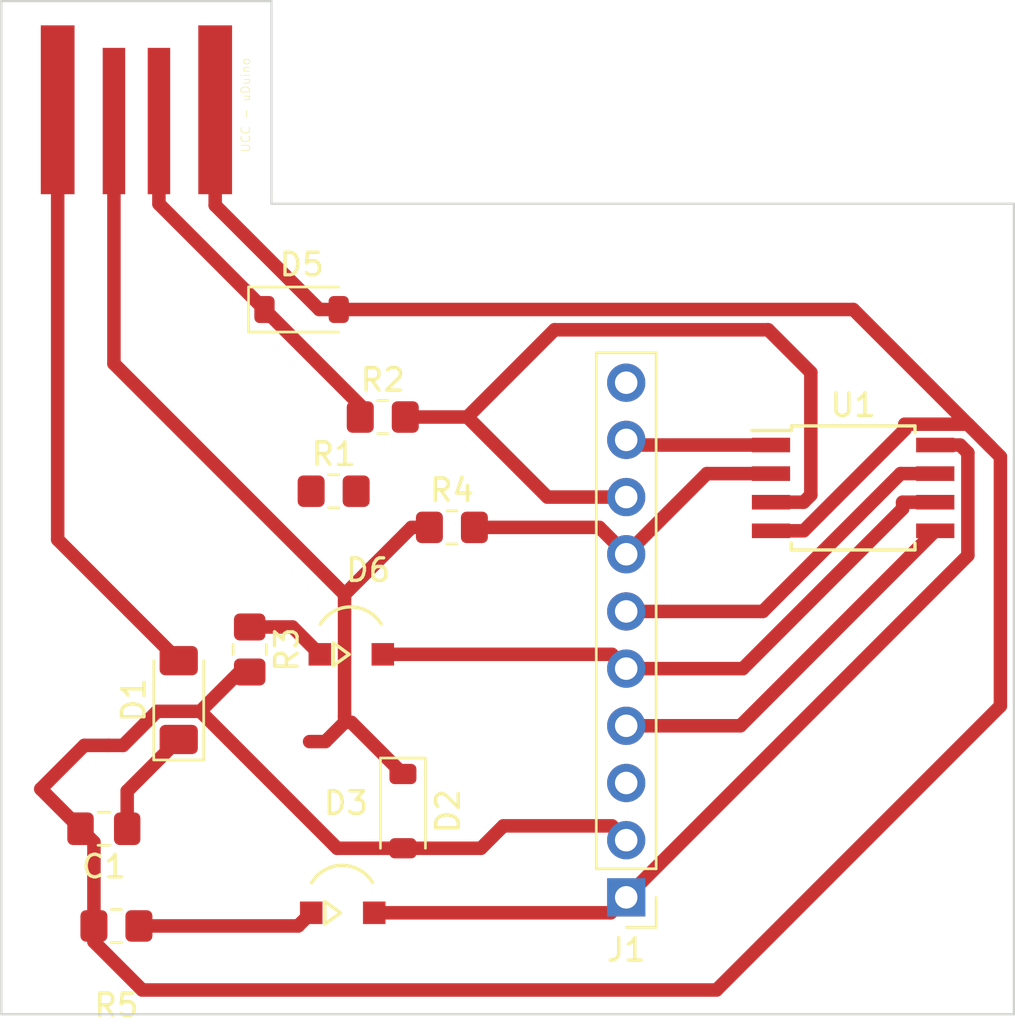
<source format=kicad_pcb>
(kicad_pcb (version 20221018) (generator pcbnew)
  (layers (0 "F.Cu" signal) (31 "B.Cu" signal) (34 "B.Paste" user) (35 "F.Paste" user) (36 "B.SilkS" user "B.Silkscreen") (37 "F.SilkS" user "F.Silkscreen") (38 "B.Mask" user) (39 "F.Mask" user) (44 "Edge.Cuts" user))
  (net 0 "")
  (net 1 "GND")
  (net 2 "Net-(D1-A)")
  (net 3 "+5V")
  (net 4 "Net-(D2-K)")
  (net 5 "Net-(D3-K)")
  (net 6 "Net-(D5-K)")
  (net 7 "Net-(D6-K)")
  (net 8 "Net-(D6-A)")
  (net 9 "Net-(J1-Pin_4)")
  (net 10 "Net-(J1-Pin_6)")
  (net 12 "Net-(J1-Pin_7)")
  (net 13 "Net-(J1-Pin_8)")
  (net 14 "Net-(J1-Pin_9)")
  (footprint "Package_SO:SOIC-8W_5.3x5.3mm_P1.27mm" (layer "F.Cu") (at 147.8534 131.6228)
    (fp_text reference "U1" (at 0 -3.68) (layer "F.SilkS"))
    (fp_text value "ATtiny85-20S")
    (fp_line (start -2.75 -2.755) (end -2.75 -2.55) (stroke (width 0.15)) (layer "F.SilkS"))
    (fp_line (start -2.75 -2.755) (end 2.75 -2.755) (stroke (width 0.15)) (layer "F.SilkS"))
    (fp_line (start -2.75 -2.55) (end -4.5 -2.55) (stroke (width 0.15)) (layer "F.SilkS"))
    (fp_line (start -2.75 2.755) (end -2.75 2.455) (stroke (width 0.15)) (layer "F.SilkS"))
    (fp_line (start -2.75 2.755) (end 2.75 2.755) (stroke (width 0.15)) (layer "F.SilkS"))
    (fp_line (start 2.75 -2.755) (end 2.75 -2.455) (stroke (width 0.15)) (layer "F.SilkS"))
    (fp_line (start 2.75 2.755) (end 2.75 2.455) (stroke (width 0.15)) (layer "F.SilkS"))
    (pad "1" smd rect (at -3.65 -1.905) (size 1.7 0.65) (layers "F.Cu" "F.Paste" "F.Mask") (net 14 "Net-(J1-Pin_9)"))
    (pad "2" smd rect (at -3.65 -0.635) (size 1.7 0.65) (layers "F.Cu" "F.Paste" "F.Mask") (net 12 "Net-(J1-Pin_7)"))
    (pad "3" smd rect (at -3.65 0.635) (size 1.7 0.65) (layers "F.Cu" "F.Paste" "F.Mask") (net 13 "Net-(J1-Pin_8)"))
    (pad "4" smd rect (at -3.65 1.905) (size 1.7 0.65) (layers "F.Cu" "F.Paste" "F.Mask") (net 1 "GND"))
    (pad "5" smd rect (at 3.65 1.905) (size 1.7 0.65) (layers "F.Cu" "F.Paste" "F.Mask") (net 9 "Net-(J1-Pin_4)"))
    (pad "6" smd rect (at 3.65 0.635) (size 1.7 0.65) (layers "F.Cu" "F.Paste" "F.Mask") (net 8 "Net-(D6-A)"))
    (pad "7" smd rect (at 3.65 -0.635) (size 1.7 0.65) (layers "F.Cu" "F.Paste" "F.Mask") (net 10 "Net-(J1-Pin_6)"))
    (pad "8" smd rect (at 3.65 -1.905) (size 1.7 0.65) (layers "F.Cu" "F.Paste" "F.Mask") (net 3 "+5V"))
  )
  (footprint "ledSmd:ledSMD" (layer "F.Cu") (at 125.5708 150.4951)
    (fp_text reference "D3" (at -0.256 -4.8756) (layer "F.SilkS"))
    (fp_text value "LED")
    (fp_line (start -1.2 0.5) (end -1.2 -0.5) (stroke (width 0.15)) (layer "F.SilkS"))
    (fp_line (start -1.15 -0.475) (end -0.5 0) (stroke (width 0.15)) (layer "F.SilkS"))
    (fp_line (start -0.5 0) (end -1.2 0.5) (stroke (width 0.15)) (layer "F.SilkS"))
    (fp_arc (start -1.786089 -1.331572) (mid -0.435753 -2.107089) (end 0.924999 -1.349999) (stroke (width 0.15)) (layer "F.SilkS"))
    (pad "1" smd rect (at -1.8 0) (size 1 1) (layers "F.Cu" "F.Paste" "F.Mask") (net 5 "Net-(D3-K)"))
    (pad "2" smd rect (at 1 0) (size 1 1) (layers "F.Cu" "F.Paste" "F.Mask") (net 3 "+5V"))
  )
  (footprint "embeddedPcbUsb:USB_A_UCC" (layer "F.Cu") (at 116.0018 115.0262 -90)
    (fp_text reference "J2" hide)
    (fp_text value "USB_A" hide)
    (fp_text user "UCC - uDuino" (at -2.54 -5.08 90) (layer "F.SilkS") (effects (font (size 0.38608 0.38608) (thickness 0.032512)) (justify right bottom)))
    (pad "1" smd rect (at -0.2 3.5 270) (size 7.5 1.5) (layers "F.Cu" "F.Paste" "F.Mask") (net 2 "Net-(D1-A)"))
    (pad "2" smd rect (at 0.3 1 270) (size 6.5 1) (layers "F.Cu" "F.Paste" "F.Mask") (net 4 "Net-(D2-K)"))
    (pad "3" smd rect (at 0.3 -1 270) (size 6.5 1) (layers "F.Cu" "F.Paste" "F.Mask") (net 6 "Net-(D5-K)"))
    (pad "4" smd rect (at -0.2 -3.5 270) (size 7.5 1.5) (layers "F.Cu" "F.Paste" "F.Mask") (net 1 "GND"))
  )
  (footprint "Capacitor_SMD:C_0805_2012Metric_Pad1.18x1.45mm_HandSolder" (layer "F.Cu") (at 114.554 146.7612 180)
    (fp_text reference "C1" (at 0 -1.68) (layer "F.SilkS"))
    (fp_text value "C")
    (fp_line (start -0.261252 -0.735) (end 0.261252 -0.735) (stroke (width 0.12)) (layer "F.SilkS"))
    (fp_line (start -0.261252 0.735) (end 0.261252 0.735) (stroke (width 0.12)) (layer "F.SilkS"))
    (pad "1" smd roundrect (at -1.0375 0 180) (size 1.175 1.45) (layers "F.Cu" "F.Paste" "F.Mask") (roundrect_rratio 0.212766) (net 3 "+5V"))
    (pad "2" smd roundrect (at 1.0375 0 180) (size 1.175 1.45) (layers "F.Cu" "F.Paste" "F.Mask") (roundrect_rratio 0.212766) (net 1 "GND"))
  )
  (footprint "Resistor_SMD:R_0805_2012Metric_Pad1.20x1.40mm_HandSolder" (layer "F.Cu") (at 126.9492 128.4732)
    (fp_text reference "R2" (at 0 -1.65) (layer "F.SilkS"))
    (fp_text value "R")
    (fp_line (start -0.227064 -0.735) (end 0.227064 -0.735) (stroke (width 0.12)) (layer "F.SilkS"))
    (fp_line (start -0.227064 0.735) (end 0.227064 0.735) (stroke (width 0.12)) (layer "F.SilkS"))
    (pad "1" smd roundrect (at -1 0) (size 1.2 1.4) (layers "F.Cu" "F.Paste" "F.Mask") (roundrect_rratio 0.208333) (net 6 "Net-(D5-K)"))
    (pad "2" smd roundrect (at 1 0) (size 1.2 1.4) (layers "F.Cu" "F.Paste" "F.Mask") (roundrect_rratio 0.208333) (net 13 "Net-(J1-Pin_8)"))
  )
  (footprint "Connector_PinHeader_2.54mm:PinHeader_1x10_P2.54mm_Vertical" (layer "F.Cu") (at 137.7696 149.8092 180)
    (fp_text reference "J1" (at 0 -2.33) (layer "F.SilkS"))
    (fp_text value "Conn_01x10_Socket")
    (fp_line (start -1.33 -1.33) (end 0 -1.33) (stroke (width 0.12)) (layer "F.SilkS"))
    (fp_line (start -1.33 0) (end -1.33 -1.33) (stroke (width 0.12)) (layer "F.SilkS"))
    (fp_line (start -1.33 1.27) (end -1.33 24.19) (stroke (width 0.12)) (layer "F.SilkS"))
    (fp_line (start -1.33 1.27) (end 1.33 1.27) (stroke (width 0.12)) (layer "F.SilkS"))
    (fp_line (start -1.33 24.19) (end 1.33 24.19) (stroke (width 0.12)) (layer "F.SilkS"))
    (fp_line (start 1.33 1.27) (end 1.33 24.19) (stroke (width 0.12)) (layer "F.SilkS"))
    (pad "1" thru_hole rect (at 0 0 180) (size 1.7 1.7) (drill 1) (layers "*.Cu" "*.Mask") (net 3 "+5V"))
    (pad "2" thru_hole oval (at 0 2.54 180) (size 1.7 1.7) (drill 1) (layers "*.Cu" "*.Mask") (net 1 "GND"))
    (pad "3" thru_hole oval (at 0 5.08 180) (size 1.7 1.7) (drill 1) (layers "*.Cu" "*.Mask"))
    (pad "4" thru_hole oval (at 0 7.62 180) (size 1.7 1.7) (drill 1) (layers "*.Cu" "*.Mask") (net 9 "Net-(J1-Pin_4)"))
    (pad "5" thru_hole oval (at 0 10.16 180) (size 1.7 1.7) (drill 1) (layers "*.Cu" "*.Mask") (net 8 "Net-(D6-A)"))
    (pad "6" thru_hole oval (at 0 12.7 180) (size 1.7 1.7) (drill 1) (layers "*.Cu" "*.Mask") (net 10 "Net-(J1-Pin_6)"))
    (pad "7" thru_hole oval (at 0 15.24 180) (size 1.7 1.7) (drill 1) (layers "*.Cu" "*.Mask") (net 12 "Net-(J1-Pin_7)"))
    (pad "8" thru_hole oval (at 0 17.78 180) (size 1.7 1.7) (drill 1) (layers "*.Cu" "*.Mask") (net 13 "Net-(J1-Pin_8)"))
    (pad "9" thru_hole oval (at 0 20.32 180) (size 1.7 1.7) (drill 1) (layers "*.Cu" "*.Mask") (net 14 "Net-(J1-Pin_9)"))
    (pad "10" thru_hole oval (at 0 22.86 180) (size 1.7 1.7) (drill 1) (layers "*.Cu" "*.Mask"))
  )
  (footprint "Resistor_SMD:R_0805_2012Metric_Pad1.20x1.40mm_HandSolder" (layer "F.Cu") (at 121.036 138.7996 -90)
    (fp_text reference "R3" (at 0 -1.65 -270) (layer "F.SilkS"))
    (fp_text value "R")
    (fp_line (start -0.227064 -0.735) (end 0.227064 -0.735) (stroke (width 0.12)) (layer "F.SilkS"))
    (fp_line (start -0.227064 0.735) (end 0.227064 0.735) (stroke (width 0.12)) (layer "F.SilkS"))
    (pad "1" smd roundrect (at -1 0 270) (size 1.2 1.4) (layers "F.Cu" "F.Paste" "F.Mask") (roundrect_rratio 0.208333) (net 7 "Net-(D6-K)"))
    (pad "2" smd roundrect (at 1 0 270) (size 1.2 1.4) (layers "F.Cu" "F.Paste" "F.Mask") (roundrect_rratio 0.208333) (net 1 "GND"))
  )
  (footprint "Resistor_SMD:R_0805_2012Metric_Pad1.20x1.40mm_HandSolder" (layer "F.Cu") (at 115.1128 151.0792 180)
    (fp_text reference "R5" (at 0 -3.5248) (layer "F.SilkS"))
    (fp_text value "R")
    (fp_line (start -0.227064 -0.735) (end 0.227064 -0.735) (stroke (width 0.12)) (layer "F.SilkS"))
    (fp_line (start -0.227064 0.735) (end 0.227064 0.735) (stroke (width 0.12)) (layer "F.SilkS"))
    (pad "1" smd roundrect (at -1 0 180) (size 1.2 1.4) (layers "F.Cu" "F.Paste" "F.Mask") (roundrect_rratio 0.208333) (net 5 "Net-(D3-K)"))
    (pad "2" smd roundrect (at 1 0 180) (size 1.2 1.4) (layers "F.Cu" "F.Paste" "F.Mask") (roundrect_rratio 0.208333) (net 1 "GND"))
  )
  (footprint "Diode_SMD:D_MiniMELF" (layer "F.Cu") (at 117.8814 141.0462 90)
    (fp_text reference "D1" (at 0 -2 90) (layer "F.SilkS"))
    (fp_text value "D_Filled")
    (fp_line (start -2.66 -1.11) (end -2.66 1.11) (stroke (width 0.12)) (layer "F.SilkS"))
    (fp_line (start -2.66 1.11) (end 1.75 1.11) (stroke (width 0.12)) (layer "F.SilkS"))
    (fp_line (start 1.75 -1.11) (end -2.66 -1.11) (stroke (width 0.12)) (layer "F.SilkS"))
    (pad "1" smd roundrect (at -1.75 0 90) (size 1.3 1.7) (layers "F.Cu" "F.Paste" "F.Mask") (roundrect_rratio 0.1923076923) (net 3 "+5V"))
    (pad "2" smd roundrect (at 1.75 0 90) (size 1.3 1.7) (layers "F.Cu" "F.Paste" "F.Mask") (roundrect_rratio 0.1923076923) (net 2 "Net-(D1-A)"))
  )
  (footprint "Diode_SMD:D_SOD-123" (layer "F.Cu") (at 127.846 145.9796 -90)
    (fp_text reference "D2" (at 0 -2 90) (layer "F.SilkS"))
    (fp_text value "D_Zener")
    (fp_line (start -2.36 -1) (end -2.36 1) (stroke (width 0.12)) (layer "F.SilkS"))
    (fp_line (start -2.36 -1) (end 1.65 -1) (stroke (width 0.12)) (layer "F.SilkS"))
    (fp_line (start -2.36 1) (end 1.65 1) (stroke (width 0.12)) (layer "F.SilkS"))
    (pad "1" smd roundrect (at -1.65 0 270) (size 0.9 1.2) (layers "F.Cu" "F.Paste" "F.Mask") (net 4 "Net-(D2-K)"))
    (pad "2" smd roundrect (at 1.65 0 270) (size 0.9 1.2) (layers "F.Cu" "F.Paste" "F.Mask") (net 1 "GND"))
  )
  (footprint "Resistor_SMD:R_0805_2012Metric_Pad1.20x1.40mm_HandSolder" (layer "F.Cu") (at 124.766 131.7696)
    (fp_text reference "R1" (at 0 -1.65) (layer "F.SilkS"))
    (fp_text value "R")
    (fp_line (start -0.227064 -0.735) (end 0.227064 -0.735) (stroke (width 0.12)) (layer "F.SilkS"))
    (fp_line (start -0.227064 0.735) (end 0.227064 0.735) (stroke (width 0.12)) (layer "F.SilkS"))
    (pad "1" smd roundrect (at -1 0) (size 1.2 1.4) (layers "F.Cu" "F.Paste" "F.Mask") (roundrect_rratio 0.208333) (net 3 "+5V"))
    (pad "2" smd roundrect (at 1 0) (size 1.2 1.4) (layers "F.Cu" "F.Paste" "F.Mask") (roundrect_rratio 0.208333) (net 4 "Net-(D2-K)"))
  )
  (footprint "Resistor_SMD:R_0805_2012Metric_Pad1.20x1.40mm_HandSolder" (layer "F.Cu") (at 130.0226 133.3754)
    (fp_text reference "R4" (at 0 -1.65) (layer "F.SilkS"))
    (fp_text value "R")
    (fp_line (start -0.227064 -0.735) (end 0.227064 -0.735) (stroke (width 0.12)) (layer "F.SilkS"))
    (fp_line (start -0.227064 0.735) (end 0.227064 0.735) (stroke (width 0.12)) (layer "F.SilkS"))
    (pad "1" smd roundrect (at -1 0) (size 1.2 1.4) (layers "F.Cu" "F.Paste" "F.Mask") (roundrect_rratio 0.208333) (net 4 "Net-(D2-K)"))
    (pad "2" smd roundrect (at 1 0) (size 1.2 1.4) (layers "F.Cu" "F.Paste" "F.Mask") (roundrect_rratio 0.208333) (net 12 "Net-(J1-Pin_7)"))
  )
  (footprint "Diode_SMD:D_SOD-123" (layer "F.Cu") (at 123.3424 123.698)
    (fp_text reference "D5" (at 0 -2) (layer "F.SilkS"))
    (fp_text value "D_Zener")
    (fp_line (start -2.36 -1) (end -2.36 1) (stroke (width 0.12)) (layer "F.SilkS"))
    (fp_line (start -2.36 -1) (end 1.65 -1) (stroke (width 0.12)) (layer "F.SilkS"))
    (fp_line (start -2.36 1) (end 1.65 1) (stroke (width 0.12)) (layer "F.SilkS"))
    (pad "1" smd roundrect (at -1.65 0) (size 0.9 1.2) (layers "F.Cu" "F.Paste" "F.Mask") (net 6 "Net-(D5-K)"))
    (pad "2" smd roundrect (at 1.65 0) (size 0.9 1.2) (layers "F.Cu" "F.Paste" "F.Mask") (net 1 "GND"))
  )
  (footprint "ledSmd:ledSMD" (layer "F.Cu") (at 125.9518 139.0143)
    (fp_text reference "D6" (at 0.3476 -3.7411) (layer "F.SilkS"))
    (fp_text value "LED")
    (fp_line (start -1.2 0.5) (end -1.2 -0.5) (stroke (width 0.15)) (layer "F.SilkS"))
    (fp_line (start -1.15 -0.475) (end -0.5 0) (stroke (width 0.15)) (layer "F.SilkS"))
    (fp_line (start -0.5 0) (end -1.2 0.5) (stroke (width 0.15)) (layer "F.SilkS"))
    (fp_arc (start -1.786089 -1.331572) (mid -0.435753 -2.107089) (end 0.924999 -1.349999) (stroke (width 0.15)) (layer "F.SilkS"))
    (pad "1" smd rect (at -1.8 0) (size 1 1) (layers "F.Cu" "F.Paste" "F.Mask") (net 7 "Net-(D6-K)"))
    (pad "2" smd rect (at 1 0) (size 1 1) (layers "F.Cu" "F.Paste" "F.Mask") (net 8 "Net-(D6-A)"))
  )
  (gr_line (start 110 110) (end 122 110) (stroke (width 0.1)) (layer "Edge.Cuts"))
  (gr_line (start 122 119) (end 122 110) (stroke (width 0.1)) (layer "Edge.Cuts"))
  (gr_line (start 110 110) (end 110 155) (stroke (width 0.1)) (layer "Edge.Cuts"))
  (gr_line (start 122 119) (end 154 119) (stroke (width 0.1)) (layer "Edge.Cuts"))
  (gr_line (start 110 155) (end 155 155) (stroke (width 0.1)) (layer "Edge.Cuts"))
  (gr_line (start 154 119) (end 155 119) (stroke (width 0.1)) (layer "Edge.Cuts"))
  (gr_line (start 155 155) (end 155 119) (stroke (width 0.1)) (layer "Edge.Cuts"))
  (segment (start 120.58701 139.7996) (end 121.036 139.7996) (width 0.6) (layer "F.Cu") (net 1))
  (segment (start 132.3076 146.6342) (end 131.3122 147.6296) (width 0.6) (layer "F.Cu") (net 1))
  (segment (start 118.84041 141.5462) (end 120.58701 139.7996) (width 0.6) (layer "F.Cu") (net 1))
  (segment (start 150.15 129.033992) (end 145.656192 133.5278) (width 0.6) (layer "F.Cu") (net 1))
  (segment (start 137.1346 146.6342) (end 137.7696 147.2692) (width 0.6) (layer "F.Cu") (net 1))
  (segment (start 115.40899 143.0596) (end 114.766 143.0596) (width 0.6) (layer "F.Cu") (net 1))
  (segment (start 145.656192 133.5278) (end 144.2034 133.5278) (width 0.6) (layer "F.Cu") (net 1))
  (segment (start 152.956192 128.7928) (end 150.15 128.7928) (width 0.6) (layer "F.Cu") (net 1))
  (segment (start 153.953396 129.790004) (end 152.956192 128.7928) (width 0.6) (layer "F.Cu") (net 1))
  (segment (start 150.15 128.7928) (end 150.15 129.033992) (width 0.6) (layer "F.Cu") (net 1))
  (segment (start 114.1128 151.7792) (end 116.2576 153.924) (width 0.6) (layer "F.Cu") (net 1))
  (segment (start 131.3122 147.6296) (end 127.846 147.6296) (width 0.6) (layer "F.Cu") (net 1))
  (segment (start 119.5018 119.07) (end 119.5018 114.8262) (width 0.6) (layer "F.Cu") (net 1))
  (segment (start 116.92239 141.5462) (end 115.40899 143.0596) (width 0.6) (layer "F.Cu") (net 1))
  (segment (start 114.766 143.0596) (end 113.6863 143.0596) (width 0.6) (layer "F.Cu") (net 1))
  (segment (start 116.2576 153.924) (end 141.7828 153.924) (width 0.6) (layer "F.Cu") (net 1))
  (segment (start 114.1128 151.0792) (end 114.1128 151.7792) (width 0.6) (layer "F.Cu") (net 1))
  (segment (start 154.4 141.3068) (end 154.4 134.451592) (width 0.6) (layer "F.Cu") (net 1))
  (segment (start 154.4 130.236608) (end 154.4 134.451592) (width 0.6) (layer "F.Cu") (net 1))
  (segment (start 124.92381 147.6296) (end 118.84041 141.5462) (width 0.6) (layer "F.Cu") (net 1))
  (segment (start 141.7828 153.924) (end 154.4 141.3068) (width 0.6) (layer "F.Cu") (net 1))
  (segment (start 154.4 130.236608) (end 153.953396 129.790004) (width 0.6) (layer "F.Cu") (net 1))
  (segment (start 127.846 147.6296) (end 124.92381 147.6296) (width 0.6) (layer "F.Cu") (net 1))
  (segment (start 124.1298 123.698) (end 119.5018 119.07) (width 0.6) (layer "F.Cu") (net 1))
  (segment (start 113.5165 146.7612) (end 111.7506 144.9953) (width 0.6) (layer "F.Cu") (net 1))
  (segment (start 124.9924 123.698) (end 124.1298 123.698) (width 0.6) (layer "F.Cu") (net 1))
  (segment (start 118.84041 141.5462) (end 116.92239 141.5462) (width 0.6) (layer "F.Cu") (net 1))
  (segment (start 153.953396 129.790004) (end 147.861392 123.698) (width 0.6) (layer "F.Cu") (net 1))
  (segment (start 114.1128 151.0792) (end 114.1128 148.6916) (width 0.6) (layer "F.Cu") (net 1))
  (segment (start 113.6863 143.0596) (end 111.7506 144.9953) (width 0.6) (layer "F.Cu") (net 1))
  (segment (start 114.1128 147.3575) (end 113.5165 146.7612) (width 0.6) (layer "F.Cu") (net 1))
  (segment (start 114.1128 148.6916) (end 114.1128 147.3575) (width 0.6) (layer "F.Cu") (net 1))
  (segment (start 132.3076 146.6342) (end 137.1346 146.6342) (width 0.6) (layer "F.Cu") (net 1))
  (segment (start 147.861392 123.698) (end 124.9924 123.698) (width 0.6) (layer "F.Cu") (net 1))
  (segment (start 112.5018 133.9166) (end 112.5018 114.8262) (width 0.6) (layer "F.Cu") (net 2))
  (segment (start 117.8814 139.2962) (end 112.5018 133.9166) (width 0.6) (layer "F.Cu") (net 2))
  (segment (start 152.9534 134.6254) (end 152.9534 130.0628) (width 0.6) (layer "F.Cu") (net 3))
  (segment (start 152.6084 129.7178) (end 151.5034 129.7178) (width 0.6) (layer "F.Cu") (net 3))
  (segment (start 115.5915 146.7612) (end 115.5915 145.0861) (width 0.6) (layer "F.Cu") (net 3))
  (segment (start 137.0837 150.4951) (end 137.7696 149.8092) (width 0.6) (layer "F.Cu") (net 3))
  (segment (start 152.9534 130.0628) (end 152.6084 129.7178) (width 0.6) (layer "F.Cu") (net 3))
  (segment (start 115.5915 145.0861) (end 117.8814 142.7962) (width 0.6) (layer "F.Cu") (net 3))
  (segment (start 152.9534 134.6254) (end 137.7696 149.8092) (width 0.6) (layer "F.Cu") (net 3))
  (segment (start 126.5708 150.4951) (end 137.0837 150.4951) (width 0.6) (layer "F.Cu") (net 3))
  (segment (start 125.2518 136.3526) (end 128.229 133.3754) (width 0.6) (layer "F.Cu") (net 4))
  (segment (start 124.398 142.891) (end 125.2518 142.0372) (width 0.6) (layer "F.Cu") (net 4))
  (segment (start 115.0018 126.1026) (end 115.0018 115.3262) (width 0.6) (layer "F.Cu") (net 4))
  (segment (start 128.229 133.3754) (end 129.0226 133.3754) (width 0.6) (layer "F.Cu") (net 4))
  (segment (start 125.5536 142.0372) (end 127.846 144.3296) (width 0.6) (layer "F.Cu") (net 4))
  (segment (start 125.2518 142.0372) (end 125.5536 142.0372) (width 0.6) (layer "F.Cu") (net 4))
  (segment (start 125.2518 136.3526) (end 115.0018 126.1026) (width 0.6) (layer "F.Cu") (net 4))
  (segment (start 125.2518 141.7574) (end 125.2518 136.3526) (width 0.6) (layer "F.Cu") (net 4))
  (segment (start 125.2518 142.0372) (end 125.2518 141.7574) (width 0.6) (layer "F.Cu") (net 4))
  (segment (start 123.698 142.891) (end 124.398 142.891) (width 0.6) (layer "F.Cu") (net 4))
  (segment (start 123.1867 151.0792) (end 123.7708 150.4951) (width 0.6) (layer "F.Cu") (net 5))
  (segment (start 116.1128 151.0792) (end 123.1867 151.0792) (width 0.6) (layer "F.Cu") (net 5))
  (segment (start 125.9492 127.9548) (end 121.6924 123.698) (width 0.6) (layer "F.Cu") (net 6))
  (segment (start 125.9492 128.4732) (end 125.9492 127.9548) (width 0.6) (layer "F.Cu") (net 6))
  (segment (start 121.6924 123.698) (end 117.0018 119.0074) (width 0.6) (layer "F.Cu") (net 6))
  (segment (start 117.0018 119.0074) (end 117.0018 115.3262) (width 0.6) (layer "F.Cu") (net 6))
  (segment (start 122.9371 137.7996) (end 124.1518 139.0143) (width 0.6) (layer "F.Cu") (net 7))
  (segment (start 121.036 137.7996) (end 122.9371 137.7996) (width 0.6) (layer "F.Cu") (net 7))
  (segment (start 151.5034 132.2578) (end 150.0534 132.2578) (width 0.6) (layer "F.Cu") (net 8))
  (segment (start 142.9512 139.6492) (end 137.7696 139.6492) (width 0.6) (layer "F.Cu") (net 8))
  (segment (start 150.0534 132.2578) (end 150.0534 132.547) (width 0.6) (layer "F.Cu") (net 8))
  (segment (start 126.9518 139.0143) (end 137.1347 139.0143) (width 0.6) (layer "F.Cu") (net 8))
  (segment (start 150.0534 132.547) (end 142.9512 139.6492) (width 0.6) (layer "F.Cu") (net 8))
  (segment (start 137.1347 139.0143) (end 137.7696 139.6492) (width 0.6) (layer "F.Cu") (net 8))
  (segment (start 151.5034 133.5278) (end 142.842 142.1892) (width 0.6) (layer "F.Cu") (net 9))
  (segment (start 142.842 142.1892) (end 137.7696 142.1892) (width 0.6) (layer "F.Cu") (net 9))
  (segment (start 149.9616 130.9878) (end 143.8402 137.1092) (width 0.6) (layer "F.Cu") (net 10))
  (segment (start 143.8402 137.1092) (end 137.7696 137.1092) (width 0.6) (layer "F.Cu") (net 10))
  (segment (start 151.5034 130.9878) (end 149.9616 130.9878) (width 0.6) (layer "F.Cu") (net 10))
  (segment (start 141.351 130.9878) (end 137.7696 134.5692) (width 0.6) (layer "F.Cu") (net 12))
  (segment (start 136.5758 133.3754) (end 137.7696 134.5692) (width 0.6) (layer "F.Cu") (net 12))
  (segment (start 144.2034 130.9878) (end 141.351 130.9878) (width 0.6) (layer "F.Cu") (net 12))
  (segment (start 131.0226 133.3754) (end 136.5758 133.3754) (width 0.6) (layer "F.Cu") (net 12))
  (segment (start 134.5836 124.598) (end 130.7084 128.4732) (width 0.6) (layer "F.Cu") (net 13))
  (segment (start 145.9738 126.492) (end 144.0798 124.598) (width 0.6) (layer "F.Cu") (net 13))
  (segment (start 144.0798 124.598) (end 134.5836 124.598) (width 0.6) (layer "F.Cu") (net 13))
  (segment (start 144.2034 132.2578) (end 145.6534 132.2578) (width 0.6) (layer "F.Cu") (net 13))
  (segment (start 130.7084 128.4732) (end 134.2644 132.0292) (width 0.6) (layer "F.Cu") (net 13))
  (segment (start 145.6534 132.2578) (end 145.9738 131.9374) (width 0.6) (layer "F.Cu") (net 13))
  (segment (start 145.9738 131.9374) (end 145.9738 126.492) (width 0.6) (layer "F.Cu") (net 13))
  (segment (start 127.9492 128.4732) (end 130.7084 128.4732) (width 0.6) (layer "F.Cu") (net 13))
  (segment (start 134.2644 132.0292) (end 137.7696 132.0292) (width 0.6) (layer "F.Cu") (net 13))
  (segment (start 137.9982 129.7178) (end 137.7696 129.4892) (width 0.6) (layer "F.Cu") (net 14))
  (segment (start 144.2034 129.7178) (end 137.9982 129.7178) (width 0.6) (layer "F.Cu") (net 14))
)
</source>
